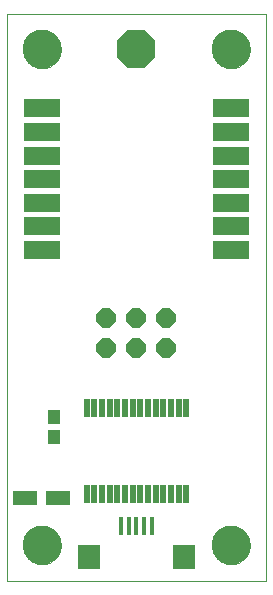
<source format=gts>
G75*
G70*
%OFA0B0*%
%FSLAX24Y24*%
%IPPOS*%
%LPD*%
%AMOC8*
5,1,8,0,0,1.08239X$1,22.5*
%
%ADD10C,0.0000*%
%ADD11C,0.1300*%
%ADD12OC8,0.0640*%
%ADD13R,0.0197X0.0631*%
%ADD14R,0.1221X0.0631*%
%ADD15R,0.0434X0.0473*%
%ADD16R,0.0178X0.0591*%
%ADD17R,0.0749X0.0788*%
%ADD18R,0.0827X0.0512*%
%ADD19OC8,0.1290*%
D10*
X000574Y000574D02*
X000574Y019471D01*
X009235Y019471D01*
X009235Y000574D01*
X000574Y000574D01*
X001125Y001755D02*
X001127Y001805D01*
X001133Y001855D01*
X001143Y001904D01*
X001157Y001952D01*
X001174Y001999D01*
X001195Y002044D01*
X001220Y002088D01*
X001248Y002129D01*
X001280Y002168D01*
X001314Y002205D01*
X001351Y002239D01*
X001391Y002269D01*
X001433Y002296D01*
X001477Y002320D01*
X001523Y002341D01*
X001570Y002357D01*
X001618Y002370D01*
X001668Y002379D01*
X001717Y002384D01*
X001768Y002385D01*
X001818Y002382D01*
X001867Y002375D01*
X001916Y002364D01*
X001964Y002349D01*
X002010Y002331D01*
X002055Y002309D01*
X002098Y002283D01*
X002139Y002254D01*
X002178Y002222D01*
X002214Y002187D01*
X002246Y002149D01*
X002276Y002109D01*
X002303Y002066D01*
X002326Y002022D01*
X002345Y001976D01*
X002361Y001928D01*
X002373Y001879D01*
X002381Y001830D01*
X002385Y001780D01*
X002385Y001730D01*
X002381Y001680D01*
X002373Y001631D01*
X002361Y001582D01*
X002345Y001534D01*
X002326Y001488D01*
X002303Y001444D01*
X002276Y001401D01*
X002246Y001361D01*
X002214Y001323D01*
X002178Y001288D01*
X002139Y001256D01*
X002098Y001227D01*
X002055Y001201D01*
X002010Y001179D01*
X001964Y001161D01*
X001916Y001146D01*
X001867Y001135D01*
X001818Y001128D01*
X001768Y001125D01*
X001717Y001126D01*
X001668Y001131D01*
X001618Y001140D01*
X001570Y001153D01*
X001523Y001169D01*
X001477Y001190D01*
X001433Y001214D01*
X001391Y001241D01*
X001351Y001271D01*
X001314Y001305D01*
X001280Y001342D01*
X001248Y001381D01*
X001220Y001422D01*
X001195Y001466D01*
X001174Y001511D01*
X001157Y001558D01*
X001143Y001606D01*
X001133Y001655D01*
X001127Y001705D01*
X001125Y001755D01*
X007424Y001755D02*
X007426Y001805D01*
X007432Y001855D01*
X007442Y001904D01*
X007456Y001952D01*
X007473Y001999D01*
X007494Y002044D01*
X007519Y002088D01*
X007547Y002129D01*
X007579Y002168D01*
X007613Y002205D01*
X007650Y002239D01*
X007690Y002269D01*
X007732Y002296D01*
X007776Y002320D01*
X007822Y002341D01*
X007869Y002357D01*
X007917Y002370D01*
X007967Y002379D01*
X008016Y002384D01*
X008067Y002385D01*
X008117Y002382D01*
X008166Y002375D01*
X008215Y002364D01*
X008263Y002349D01*
X008309Y002331D01*
X008354Y002309D01*
X008397Y002283D01*
X008438Y002254D01*
X008477Y002222D01*
X008513Y002187D01*
X008545Y002149D01*
X008575Y002109D01*
X008602Y002066D01*
X008625Y002022D01*
X008644Y001976D01*
X008660Y001928D01*
X008672Y001879D01*
X008680Y001830D01*
X008684Y001780D01*
X008684Y001730D01*
X008680Y001680D01*
X008672Y001631D01*
X008660Y001582D01*
X008644Y001534D01*
X008625Y001488D01*
X008602Y001444D01*
X008575Y001401D01*
X008545Y001361D01*
X008513Y001323D01*
X008477Y001288D01*
X008438Y001256D01*
X008397Y001227D01*
X008354Y001201D01*
X008309Y001179D01*
X008263Y001161D01*
X008215Y001146D01*
X008166Y001135D01*
X008117Y001128D01*
X008067Y001125D01*
X008016Y001126D01*
X007967Y001131D01*
X007917Y001140D01*
X007869Y001153D01*
X007822Y001169D01*
X007776Y001190D01*
X007732Y001214D01*
X007690Y001241D01*
X007650Y001271D01*
X007613Y001305D01*
X007579Y001342D01*
X007547Y001381D01*
X007519Y001422D01*
X007494Y001466D01*
X007473Y001511D01*
X007456Y001558D01*
X007442Y001606D01*
X007432Y001655D01*
X007426Y001705D01*
X007424Y001755D01*
X007424Y018290D02*
X007426Y018340D01*
X007432Y018390D01*
X007442Y018439D01*
X007456Y018487D01*
X007473Y018534D01*
X007494Y018579D01*
X007519Y018623D01*
X007547Y018664D01*
X007579Y018703D01*
X007613Y018740D01*
X007650Y018774D01*
X007690Y018804D01*
X007732Y018831D01*
X007776Y018855D01*
X007822Y018876D01*
X007869Y018892D01*
X007917Y018905D01*
X007967Y018914D01*
X008016Y018919D01*
X008067Y018920D01*
X008117Y018917D01*
X008166Y018910D01*
X008215Y018899D01*
X008263Y018884D01*
X008309Y018866D01*
X008354Y018844D01*
X008397Y018818D01*
X008438Y018789D01*
X008477Y018757D01*
X008513Y018722D01*
X008545Y018684D01*
X008575Y018644D01*
X008602Y018601D01*
X008625Y018557D01*
X008644Y018511D01*
X008660Y018463D01*
X008672Y018414D01*
X008680Y018365D01*
X008684Y018315D01*
X008684Y018265D01*
X008680Y018215D01*
X008672Y018166D01*
X008660Y018117D01*
X008644Y018069D01*
X008625Y018023D01*
X008602Y017979D01*
X008575Y017936D01*
X008545Y017896D01*
X008513Y017858D01*
X008477Y017823D01*
X008438Y017791D01*
X008397Y017762D01*
X008354Y017736D01*
X008309Y017714D01*
X008263Y017696D01*
X008215Y017681D01*
X008166Y017670D01*
X008117Y017663D01*
X008067Y017660D01*
X008016Y017661D01*
X007967Y017666D01*
X007917Y017675D01*
X007869Y017688D01*
X007822Y017704D01*
X007776Y017725D01*
X007732Y017749D01*
X007690Y017776D01*
X007650Y017806D01*
X007613Y017840D01*
X007579Y017877D01*
X007547Y017916D01*
X007519Y017957D01*
X007494Y018001D01*
X007473Y018046D01*
X007456Y018093D01*
X007442Y018141D01*
X007432Y018190D01*
X007426Y018240D01*
X007424Y018290D01*
X001125Y018290D02*
X001127Y018340D01*
X001133Y018390D01*
X001143Y018439D01*
X001157Y018487D01*
X001174Y018534D01*
X001195Y018579D01*
X001220Y018623D01*
X001248Y018664D01*
X001280Y018703D01*
X001314Y018740D01*
X001351Y018774D01*
X001391Y018804D01*
X001433Y018831D01*
X001477Y018855D01*
X001523Y018876D01*
X001570Y018892D01*
X001618Y018905D01*
X001668Y018914D01*
X001717Y018919D01*
X001768Y018920D01*
X001818Y018917D01*
X001867Y018910D01*
X001916Y018899D01*
X001964Y018884D01*
X002010Y018866D01*
X002055Y018844D01*
X002098Y018818D01*
X002139Y018789D01*
X002178Y018757D01*
X002214Y018722D01*
X002246Y018684D01*
X002276Y018644D01*
X002303Y018601D01*
X002326Y018557D01*
X002345Y018511D01*
X002361Y018463D01*
X002373Y018414D01*
X002381Y018365D01*
X002385Y018315D01*
X002385Y018265D01*
X002381Y018215D01*
X002373Y018166D01*
X002361Y018117D01*
X002345Y018069D01*
X002326Y018023D01*
X002303Y017979D01*
X002276Y017936D01*
X002246Y017896D01*
X002214Y017858D01*
X002178Y017823D01*
X002139Y017791D01*
X002098Y017762D01*
X002055Y017736D01*
X002010Y017714D01*
X001964Y017696D01*
X001916Y017681D01*
X001867Y017670D01*
X001818Y017663D01*
X001768Y017660D01*
X001717Y017661D01*
X001668Y017666D01*
X001618Y017675D01*
X001570Y017688D01*
X001523Y017704D01*
X001477Y017725D01*
X001433Y017749D01*
X001391Y017776D01*
X001351Y017806D01*
X001314Y017840D01*
X001280Y017877D01*
X001248Y017916D01*
X001220Y017957D01*
X001195Y018001D01*
X001174Y018046D01*
X001157Y018093D01*
X001143Y018141D01*
X001133Y018190D01*
X001127Y018240D01*
X001125Y018290D01*
D11*
X001755Y018290D03*
X008054Y018290D03*
X008054Y001755D03*
X001755Y001755D03*
D12*
X003904Y008341D03*
X003904Y009341D03*
X004904Y009341D03*
X004904Y008341D03*
X005904Y008341D03*
X005904Y009341D03*
D13*
X005800Y006332D03*
X006056Y006332D03*
X006312Y006332D03*
X006568Y006332D03*
X005544Y006332D03*
X005288Y006332D03*
X005032Y006332D03*
X004776Y006332D03*
X004521Y006332D03*
X004265Y006332D03*
X004009Y006332D03*
X003753Y006332D03*
X003497Y006332D03*
X003241Y006332D03*
X003241Y003477D03*
X003497Y003477D03*
X003753Y003477D03*
X004009Y003477D03*
X004265Y003477D03*
X004521Y003477D03*
X004776Y003477D03*
X005032Y003477D03*
X005288Y003477D03*
X005544Y003477D03*
X005800Y003477D03*
X006056Y003477D03*
X006312Y003477D03*
X006568Y003477D03*
D14*
X008054Y011597D03*
X008054Y012385D03*
X008054Y013172D03*
X008054Y013960D03*
X008054Y014747D03*
X008054Y015534D03*
X008054Y016322D03*
X001755Y016322D03*
X001755Y015534D03*
X001755Y014747D03*
X001755Y013960D03*
X001755Y013172D03*
X001755Y012385D03*
X001755Y011597D03*
D15*
X002149Y006026D03*
X002149Y005357D03*
D16*
X004393Y002404D03*
X004649Y002404D03*
X004904Y002404D03*
X005160Y002404D03*
X005416Y002404D03*
D17*
X006479Y001361D03*
X003330Y001361D03*
D18*
X002306Y003330D03*
X001204Y003330D03*
D19*
X004904Y018290D03*
M02*

</source>
